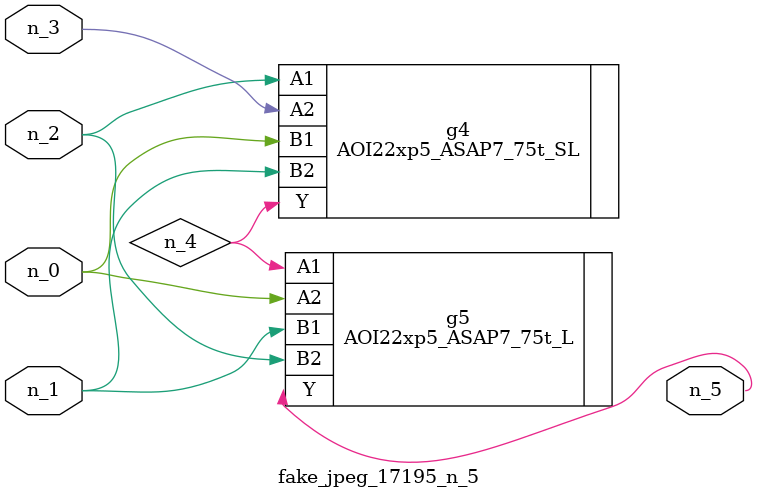
<source format=v>
module fake_jpeg_17195_n_5 (n_0, n_3, n_2, n_1, n_5);

input n_0;
input n_3;
input n_2;
input n_1;

output n_5;

wire n_4;

AOI22xp5_ASAP7_75t_SL g4 ( 
.A1(n_2),
.A2(n_3),
.B1(n_0),
.B2(n_1),
.Y(n_4)
);

AOI22xp5_ASAP7_75t_L g5 ( 
.A1(n_4),
.A2(n_0),
.B1(n_1),
.B2(n_2),
.Y(n_5)
);


endmodule
</source>
